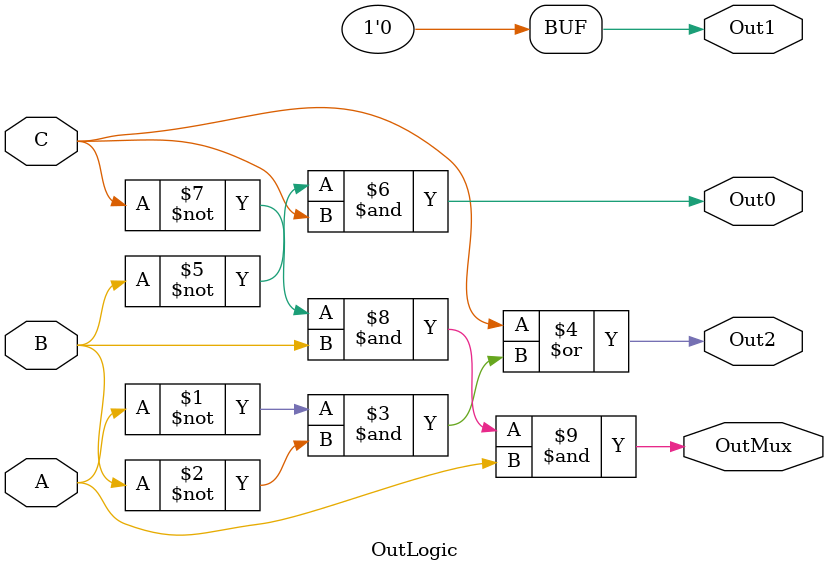
<source format=v>
module OutLogic(A, B, C, Out2, Out1, Out0, OutMux);
	input A, B, C;
	output Out2, Out1, Out0, OutMux;
	
	assign Out2 = (C|(~A&~B));
	assign Out1 = 0;
	assign Out0 = (~B&C);
	assign OutMux = (~C&B&A);
endmodule

</source>
